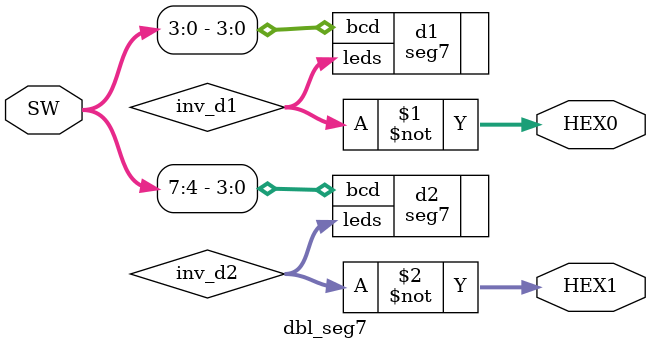
<source format=sv>
module dbl_seg7 (
  output logic [6:0] HEX0, HEX1,
  input  logic [7:0] SW
  );
  
  logic[6:0] inv_d1, inv_d2;
  
  seg7 d1 (.bcd(SW[3:0]), .leds(inv_d1));
  seg7 d2 (.bcd(SW[7:4]), .leds(inv_d2));
  
  assign HEX0 = ~inv_d1;
  assign HEX1 = ~inv_d2;

endmodule  // dbl_seg7

</source>
